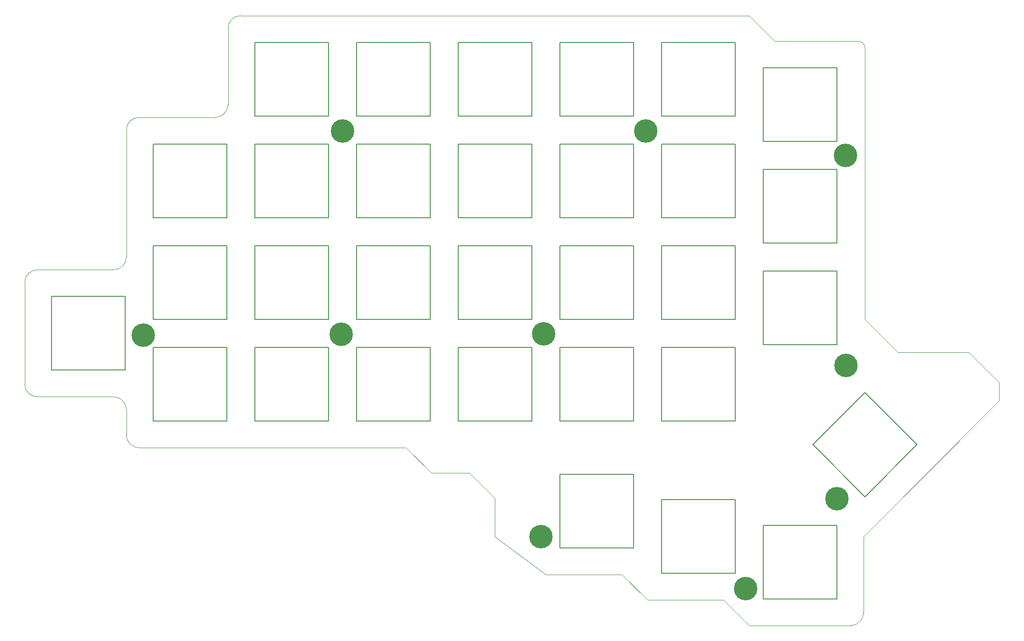
<source format=gts>
%TF.GenerationSoftware,KiCad,Pcbnew,5.1.9*%
%TF.CreationDate,2021-04-18T17:12:56+02:00*%
%TF.ProjectId,Crystal-Zeliska-plate,43727973-7461-46c2-9d5a-656c69736b61,rev?*%
%TF.SameCoordinates,Original*%
%TF.FileFunction,Soldermask,Top*%
%TF.FilePolarity,Negative*%
%FSLAX46Y46*%
G04 Gerber Fmt 4.6, Leading zero omitted, Abs format (unit mm)*
G04 Created by KiCad (PCBNEW 5.1.9) date 2021-04-18 17:12:56*
%MOMM*%
%LPD*%
G01*
G04 APERTURE LIST*
%TA.AperFunction,Profile*%
%ADD10C,0.100000*%
%TD*%
%TA.AperFunction,Profile*%
%ADD11C,0.200000*%
%TD*%
%ADD12C,0.700000*%
%ADD13C,4.400000*%
G04 APERTURE END LIST*
D10*
X182736236Y-39662123D02*
X198464420Y-39708640D01*
X199674420Y-40908640D02*
X199674420Y-91798640D01*
X199674420Y-91798640D02*
X205854420Y-97978640D01*
X219114420Y-97978640D02*
X224854420Y-103718640D01*
X224854420Y-103718640D02*
X224857219Y-107078640D01*
X224857219Y-107078640D02*
X199403716Y-132532143D01*
X199403716Y-132532143D02*
X199403716Y-146819643D01*
X197023736Y-149197083D02*
X177973736Y-149197083D01*
X177973736Y-34899623D02*
X182736236Y-39662123D01*
D11*
X137247376Y-58955963D02*
X137247376Y-72755783D01*
X123447556Y-72755783D02*
X123447556Y-58955963D01*
X123447556Y-91805783D02*
X137247376Y-91805783D01*
X137247376Y-78005963D02*
X123447556Y-78005963D01*
X137247376Y-78005963D02*
X137247376Y-91805783D01*
X123447556Y-91805783D02*
X123447556Y-78005963D01*
X123447556Y-110855783D02*
X123447556Y-97055963D01*
X137247376Y-97055963D02*
X137247376Y-110855783D01*
X194397376Y-63718463D02*
X194397376Y-77518283D01*
X180597556Y-77518283D02*
X180597556Y-63718463D01*
X180597556Y-96568283D02*
X180597556Y-82768463D01*
X194397376Y-82768463D02*
X194397376Y-96568283D01*
X194397376Y-82768463D02*
X180597556Y-82768463D01*
X180597556Y-96568283D02*
X194397376Y-96568283D01*
X189924436Y-115298243D02*
X199683116Y-125056923D01*
X209441796Y-115298243D02*
X199683116Y-105542103D01*
X99147376Y-39905963D02*
X85347556Y-39905963D01*
X85347556Y-53705783D02*
X99147376Y-53705783D01*
X85347556Y-72755783D02*
X85347556Y-58955963D01*
X99147376Y-58955963D02*
X99147376Y-72755783D01*
X99147376Y-58955963D02*
X85347556Y-58955963D01*
X85347556Y-72755783D02*
X99147376Y-72755783D01*
X85347556Y-91805783D02*
X85347556Y-78005963D01*
X99147376Y-78005963D02*
X99147376Y-91805783D01*
X175347376Y-39905963D02*
X161547556Y-39905963D01*
X161547556Y-53705783D02*
X175347376Y-53705783D01*
X66297556Y-72755783D02*
X66297556Y-58955963D01*
X80097376Y-58955963D02*
X80097376Y-72755783D01*
X80097376Y-58955963D02*
X66297556Y-58955963D01*
X66297556Y-72755783D02*
X80097376Y-72755783D01*
X66297556Y-110855783D02*
X80097376Y-110855783D01*
X80097376Y-97055963D02*
X66297556Y-97055963D01*
X175347376Y-58955963D02*
X175347376Y-72755783D01*
X161547556Y-72755783D02*
X161547556Y-58955963D01*
X161547556Y-91805783D02*
X161547556Y-78005963D01*
X175347376Y-78005963D02*
X175347376Y-91805783D01*
X175347376Y-78005963D02*
X161547556Y-78005963D01*
X161547556Y-91805783D02*
X175347376Y-91805783D01*
X161547556Y-110855783D02*
X161547556Y-97055963D01*
X175347376Y-97055963D02*
X175347376Y-110855783D01*
X118197376Y-39905963D02*
X118197376Y-53705783D01*
X104397556Y-53705783D02*
X104397556Y-39905963D01*
X104397556Y-72755783D02*
X118197376Y-72755783D01*
X118197376Y-58955963D02*
X104397556Y-58955963D01*
X118197376Y-58955963D02*
X118197376Y-72755783D01*
X104397556Y-72755783D02*
X104397556Y-58955963D01*
X104397556Y-110855783D02*
X104397556Y-97055963D01*
X118197376Y-97055963D02*
X118197376Y-110855783D01*
X156297376Y-97055963D02*
X142497556Y-97055963D01*
X142497556Y-110855783D02*
X156297376Y-110855783D01*
X142497556Y-134668283D02*
X156297376Y-134668283D01*
X156297376Y-120868463D02*
X142497556Y-120868463D01*
X156297376Y-120868463D02*
X156297376Y-134668283D01*
X142497556Y-134668283D02*
X142497556Y-120868463D01*
X161547556Y-72755783D02*
X175347376Y-72755783D01*
X175347376Y-58955963D02*
X161547556Y-58955963D01*
X137247376Y-97055963D02*
X123447556Y-97055963D01*
X123447556Y-110855783D02*
X137247376Y-110855783D01*
X142497556Y-53705783D02*
X156297376Y-53705783D01*
X156297376Y-39905963D02*
X142497556Y-39905963D01*
X156297376Y-39905963D02*
X156297376Y-53705783D01*
X142497556Y-53705783D02*
X142497556Y-39905963D01*
X142497556Y-72755783D02*
X156297376Y-72755783D01*
X156297376Y-58955963D02*
X142497556Y-58955963D01*
X175347376Y-97055963D02*
X161547556Y-97055963D01*
X161547556Y-110855783D02*
X175347376Y-110855783D01*
X180597556Y-58468283D02*
X180597556Y-44668463D01*
X194397376Y-44668463D02*
X194397376Y-58468283D01*
X194397376Y-44668463D02*
X180597556Y-44668463D01*
X180597556Y-58468283D02*
X194397376Y-58468283D01*
X180597556Y-77518283D02*
X194397376Y-77518283D01*
X194397376Y-63718463D02*
X180597556Y-63718463D01*
D10*
X63673735Y-115865347D02*
G75*
G02*
X61291216Y-113482143I685J2383204D01*
G01*
D11*
X161547556Y-139430783D02*
X175347376Y-139430783D01*
X175347376Y-125630963D02*
X161547556Y-125630963D01*
X175347376Y-125630963D02*
X175347376Y-139430783D01*
X161547556Y-139430783D02*
X161547556Y-125630963D01*
X161547556Y-53705783D02*
X161547556Y-39905963D01*
X175347376Y-39905963D02*
X175347376Y-53705783D01*
X80097376Y-78005963D02*
X66297556Y-78005963D01*
X66297556Y-91805783D02*
X80097376Y-91805783D01*
X47247556Y-101330783D02*
X61047376Y-101330783D01*
X61047376Y-87530963D02*
X47247556Y-87530963D01*
X61047376Y-87530963D02*
X61047376Y-101330783D01*
X47247556Y-101330783D02*
X47247556Y-87530963D01*
X85347556Y-53705783D02*
X85347556Y-39905963D01*
X99147376Y-39905963D02*
X99147376Y-53705783D01*
X80097376Y-97055963D02*
X80097376Y-110855783D01*
X66297556Y-110855783D02*
X66297556Y-97055963D01*
X104397556Y-91805783D02*
X104397556Y-78005963D01*
X118197376Y-78005963D02*
X118197376Y-91805783D01*
X118197376Y-78005963D02*
X104397556Y-78005963D01*
X104397556Y-91805783D02*
X118197376Y-91805783D01*
X66297556Y-91805783D02*
X66297556Y-78005963D01*
X80097376Y-78005963D02*
X80097376Y-91805783D01*
D10*
X118441216Y-120624623D02*
X113678716Y-115862123D01*
X113678716Y-115862123D02*
X63674244Y-115861361D01*
X61291216Y-113482143D02*
X61291216Y-108719643D01*
X58911236Y-106337123D02*
X44624244Y-106336361D01*
X42241216Y-103957143D02*
X42239831Y-84938638D01*
X44624244Y-82523861D02*
X58911744Y-82523861D01*
X61292994Y-80142611D02*
X61285413Y-56332126D01*
X63673736Y-53949623D02*
X77961744Y-53948861D01*
X177973736Y-149197083D02*
X173211236Y-144437123D01*
X173211236Y-144437123D02*
X158923736Y-144437123D01*
X158923736Y-144437123D02*
X154161236Y-139674623D01*
X154161236Y-139674623D02*
X139873736Y-139674623D01*
X139873736Y-139674623D02*
X130348736Y-132532143D01*
X130348736Y-132532143D02*
X130348736Y-125387123D01*
X130348736Y-125387123D02*
X125586236Y-120624623D01*
X125586236Y-120624623D02*
X118441216Y-120624623D01*
D11*
X209441796Y-115298243D02*
X199683116Y-125056923D01*
X189924436Y-115298243D02*
X199683116Y-105542103D01*
X180597556Y-144193283D02*
X180597556Y-130393463D01*
X194397376Y-130393463D02*
X194397376Y-144193283D01*
X194397376Y-130393463D02*
X180597556Y-130393463D01*
X180597556Y-144193283D02*
X194397376Y-144193283D01*
D10*
X44624244Y-106340347D02*
G75*
G02*
X42241216Y-103957143I176J2383204D01*
G01*
D11*
X156297376Y-58955963D02*
X156297376Y-72755783D01*
X142497556Y-72755783D02*
X142497556Y-58955963D01*
X142497556Y-91805783D02*
X142497556Y-78005963D01*
X156297376Y-78005963D02*
X156297376Y-91805783D01*
X156297376Y-78005963D02*
X142497556Y-78005963D01*
X142497556Y-91805783D02*
X156297376Y-91805783D01*
X142497556Y-110855783D02*
X142497556Y-97055963D01*
X156297376Y-97055963D02*
X156297376Y-110855783D01*
D10*
X42239831Y-84938638D02*
G75*
G02*
X44624245Y-82523862I2384589J29998D01*
G01*
X61285412Y-56332126D02*
G75*
G02*
X63673736Y-53949623I2389008J-6514D01*
G01*
X61290396Y-80142617D02*
G75*
G02*
X58911237Y-82524622I-2375976J-6023D01*
G01*
D11*
X99147376Y-78005963D02*
X85347556Y-78005963D01*
X85347556Y-91805783D02*
X99147376Y-91805783D01*
X85347556Y-110855783D02*
X99147376Y-110855783D01*
X99147376Y-97055963D02*
X85347556Y-97055963D01*
X99147376Y-97055963D02*
X99147376Y-110855783D01*
X85347556Y-110855783D02*
X85347556Y-97055963D01*
X104397556Y-53705783D02*
X118197376Y-53705783D01*
X118197376Y-39905963D02*
X104397556Y-39905963D01*
X118197376Y-97055963D02*
X104397556Y-97055963D01*
X104397556Y-110855783D02*
X118197376Y-110855783D01*
X123447556Y-53705783D02*
X137247376Y-53705783D01*
X137247376Y-39905963D02*
X123447556Y-39905963D01*
X137247376Y-39905963D02*
X137247376Y-53705783D01*
X123447556Y-53705783D02*
X123447556Y-39905963D01*
X123447556Y-72755783D02*
X137247376Y-72755783D01*
X137247376Y-58955963D02*
X123447556Y-58955963D01*
D10*
X80342994Y-51567611D02*
X80341216Y-37282143D01*
X82723736Y-34899623D02*
X177973736Y-34899623D01*
X205854420Y-97978640D02*
X219114420Y-97978640D01*
X199402863Y-146819643D02*
G75*
G02*
X197024420Y-149197083I-2378443J1003D01*
G01*
X198464420Y-39708599D02*
G75*
G02*
X199674420Y-40908640I0J-1210041D01*
G01*
X80345407Y-37282136D02*
G75*
G02*
X82723737Y-34899624I2379013J3496D01*
G01*
X58911241Y-106341847D02*
G75*
G02*
X61291215Y-108719642I3179J-2376793D01*
G01*
X80345404Y-51567609D02*
G75*
G02*
X77961237Y-53949622I-2380984J-1031D01*
G01*
D12*
X178481146Y-141151914D03*
X177314420Y-140668640D03*
X176147694Y-141151914D03*
X175664420Y-142318640D03*
X176147694Y-143485366D03*
X177314420Y-143968640D03*
X178481146Y-143485366D03*
X178964420Y-142318640D03*
D13*
X177314420Y-142318640D03*
D12*
X140641146Y-93381914D03*
X139474420Y-92898640D03*
X138307694Y-93381914D03*
X137824420Y-94548640D03*
X138307694Y-95715366D03*
X139474420Y-96198640D03*
X140641146Y-95715366D03*
X141124420Y-94548640D03*
D13*
X139474420Y-94548640D03*
D12*
X197201146Y-59931914D03*
X196034420Y-59448640D03*
X194867694Y-59931914D03*
X194384420Y-61098640D03*
X194867694Y-62265366D03*
X196034420Y-62748640D03*
X197201146Y-62265366D03*
X197684420Y-61098640D03*
D13*
X196034420Y-61098640D03*
D12*
X197301146Y-99331914D03*
X196134420Y-98848640D03*
X194967694Y-99331914D03*
X194484420Y-100498640D03*
X194967694Y-101665366D03*
X196134420Y-102148640D03*
X197301146Y-101665366D03*
X197784420Y-100498640D03*
D13*
X196134420Y-100498640D03*
D12*
X102701146Y-93491914D03*
X101534420Y-93008640D03*
X100367694Y-93491914D03*
X99884420Y-94658640D03*
X100367694Y-95825366D03*
X101534420Y-96308640D03*
X102701146Y-95825366D03*
X103184420Y-94658640D03*
D13*
X101534420Y-94658640D03*
D12*
X65621146Y-93661914D03*
X64454420Y-93178640D03*
X63287694Y-93661914D03*
X62804420Y-94828640D03*
X63287694Y-95995366D03*
X64454420Y-96478640D03*
X65621146Y-95995366D03*
X66104420Y-94828640D03*
D13*
X64454420Y-94828640D03*
D12*
X103001146Y-55371914D03*
X101834420Y-54888640D03*
X100667694Y-55371914D03*
X100184420Y-56538640D03*
X100667694Y-57705366D03*
X101834420Y-58188640D03*
X103001146Y-57705366D03*
X103484420Y-56538640D03*
D13*
X101834420Y-56538640D03*
D12*
X159751146Y-55361914D03*
X158584420Y-54878640D03*
X157417694Y-55361914D03*
X156934420Y-56528640D03*
X157417694Y-57695366D03*
X158584420Y-58178640D03*
X159751146Y-57695366D03*
X160234420Y-56528640D03*
D13*
X158584420Y-56528640D03*
D12*
X140131146Y-131341914D03*
X138964420Y-130858640D03*
X137797694Y-131341914D03*
X137314420Y-132508640D03*
X137797694Y-133675366D03*
X138964420Y-134158640D03*
X140131146Y-133675366D03*
X140614420Y-132508640D03*
D13*
X138964420Y-132508640D03*
D12*
X195631146Y-124251914D03*
X194464420Y-123768640D03*
X193297694Y-124251914D03*
X192814420Y-125418640D03*
X193297694Y-126585366D03*
X194464420Y-127068640D03*
X195631146Y-126585366D03*
X196114420Y-125418640D03*
D13*
X194464420Y-125418640D03*
M02*

</source>
